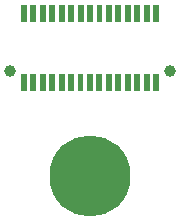
<source format=gbr>
G04 start of page 3 for group 5 idx 5 *
G04 Title: (unknown), bottom *
G04 Creator: pcb 20110918 *
G04 CreationDate: Fri Nov 15 22:26:29 2013 UTC *
G04 For: fosse *
G04 Format: Gerber/RS-274X *
G04 PCB-Dimensions: 72000 152000 *
G04 PCB-Coordinate-Origin: lower left *
%MOIN*%
%FSLAX25Y25*%
%LNBOTTOM*%
%ADD22C,0.0354*%
%ADD21C,0.1160*%
%ADD20R,0.0197X0.0197*%
%ADD19R,0.0197X0.0197*%
%ADD18R,0.0197X0.0197*%
%ADD17C,0.0394*%
%ADD16C,0.2700*%
G54D16*X36000Y58000D03*
G54D17*X62575Y93205D03*
X9425D03*
G54D18*X13953Y91039D02*Y87417D01*
G54D19*X13992Y114150D02*Y110527D01*
G54D18*X17102Y91039D02*Y87417D01*
X17142Y114149D02*Y110527D01*
G54D20*X20291Y114150D02*Y110526D01*
G54D18*X23441Y114149D02*Y110527D01*
X26590Y114149D02*Y110527D01*
G54D20*X29740Y114150D02*Y110526D01*
G54D19*X45448Y91040D02*Y87417D01*
X48598Y91040D02*Y87417D01*
G54D18*X51748Y91039D02*Y87417D01*
G54D19*X54897Y91040D02*Y87417D01*
G54D20*X36000Y91040D02*Y87416D01*
G54D18*X39150Y91039D02*Y87417D01*
X42299Y91039D02*Y87417D01*
G54D19*X58047Y91040D02*Y87417D01*
X20251Y91040D02*Y87417D01*
X23401Y91040D02*Y87417D01*
G54D18*X26551Y91039D02*Y87417D01*
G54D19*X29700Y91040D02*Y87417D01*
X32850Y91040D02*Y87417D01*
X36039Y114150D02*Y110527D01*
X39189Y114150D02*Y110527D01*
G54D18*X42339Y114149D02*Y110527D01*
G54D20*X45488Y114150D02*Y110526D01*
G54D18*X48638Y114149D02*Y110527D01*
X51787Y114149D02*Y110527D01*
G54D20*X54937Y114150D02*Y110526D01*
G54D18*X58087Y114149D02*Y110527D01*
X32890Y114149D02*Y110527D01*
G54D21*G54D22*M02*

</source>
